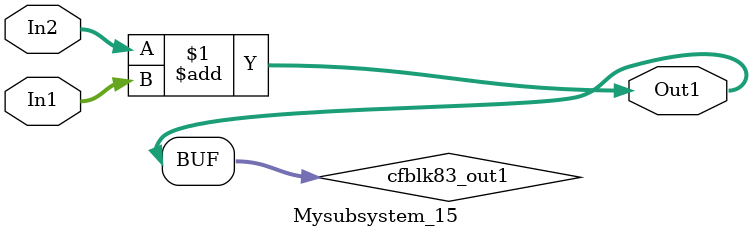
<source format=v>



`timescale 1 ns / 1 ns

module Mysubsystem_15
          (In1,
           In2,
           Out1);


  input   [7:0] In1;  // uint8
  input   [7:0] In2;  // uint8
  output  [7:0] Out1;  // uint8


  wire [7:0] cfblk83_out1;  // uint8


  assign cfblk83_out1 = In2 + In1;



  assign Out1 = cfblk83_out1;

endmodule  // Mysubsystem_15


</source>
